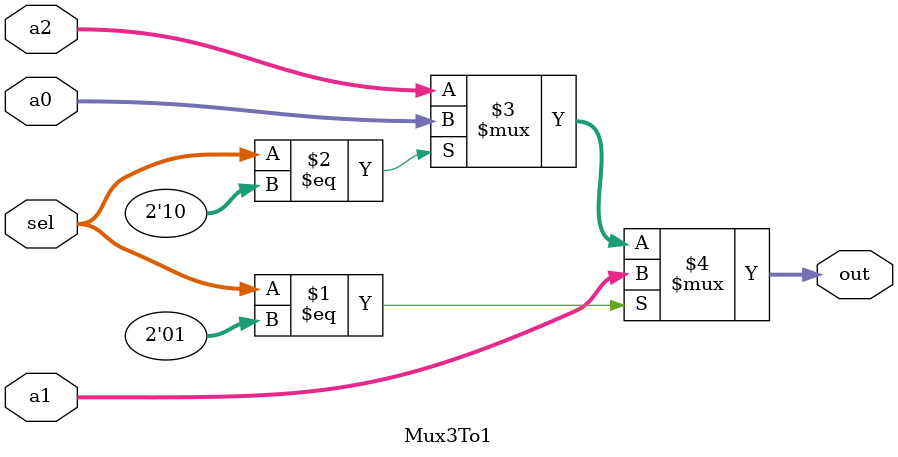
<source format=v>
module Mux3To1(a0, a1, a2, sel, out);
    input [31:0] a0, a1, a2;
    input [1:0] sel;
    output [31:0] out;
    assign out = (sel == 2'b01) ? a1 : (sel == 2'b10)? a0 : a2;
endmodule
</source>
